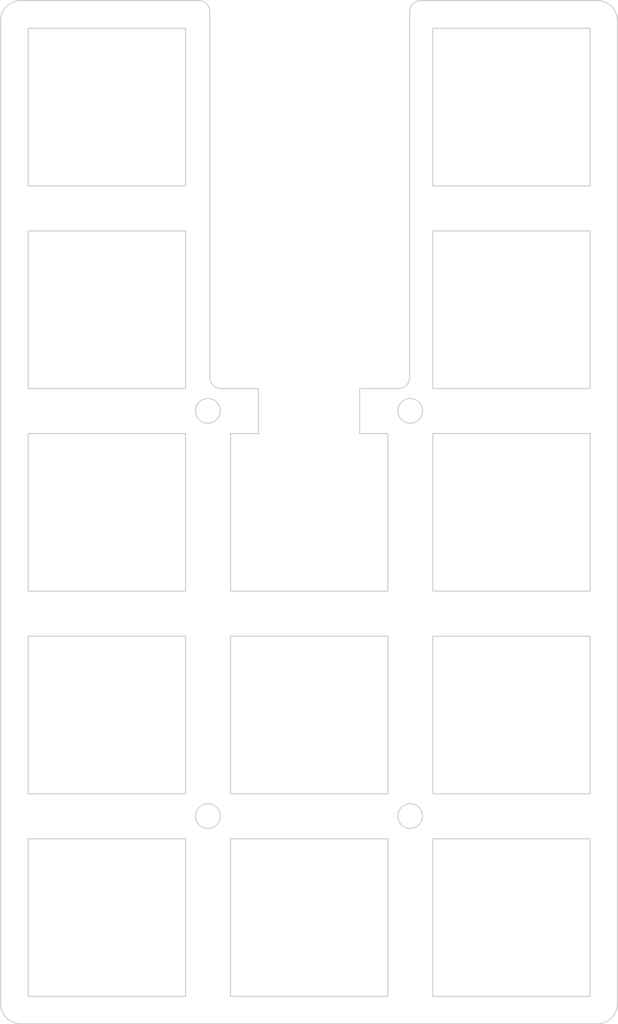
<source format=kicad_pcb>
(kicad_pcb (version 20211014) (generator pcbnew)

  (general
    (thickness 1.6)
  )

  (paper "A4")
  (layers
    (0 "F.Cu" signal)
    (31 "B.Cu" signal)
    (32 "B.Adhes" user "B.Adhesive")
    (33 "F.Adhes" user "F.Adhesive")
    (34 "B.Paste" user)
    (35 "F.Paste" user)
    (36 "B.SilkS" user "B.Silkscreen")
    (37 "F.SilkS" user "F.Silkscreen")
    (38 "B.Mask" user)
    (39 "F.Mask" user)
    (40 "Dwgs.User" user "User.Drawings")
    (41 "Cmts.User" user "User.Comments")
    (42 "Eco1.User" user "User.Eco1")
    (43 "Eco2.User" user "User.Eco2")
    (44 "Edge.Cuts" user)
    (45 "Margin" user)
    (46 "B.CrtYd" user "B.Courtyard")
    (47 "F.CrtYd" user "F.Courtyard")
    (48 "B.Fab" user)
    (49 "F.Fab" user)
  )

  (setup
    (pad_to_mask_clearance 0)
    (pcbplotparams
      (layerselection 0x0001000_7ffffffe)
      (disableapertmacros false)
      (usegerberextensions false)
      (usegerberattributes false)
      (usegerberadvancedattributes false)
      (creategerberjobfile false)
      (svguseinch false)
      (svgprecision 6)
      (excludeedgelayer true)
      (plotframeref false)
      (viasonmask false)
      (mode 1)
      (useauxorigin false)
      (hpglpennumber 1)
      (hpglpenspeed 20)
      (hpglpendiameter 15.000000)
      (dxfpolygonmode true)
      (dxfimperialunits true)
      (dxfusepcbnewfont true)
      (psnegative false)
      (psa4output false)
      (plotreference true)
      (plotvalue true)
      (plotinvisibletext false)
      (sketchpadsonfab false)
      (subtractmaskfromsilk false)
      (outputformat 1)
      (mirror false)
      (drillshape 0)
      (scaleselection 1)
      (outputdirectory "gerber_top/")
    )
  )

  (net 0 "")

  (gr_circle (center 134.338242 76.283269) (end 135.438242 76.283269) (layer "Edge.Cuts") (width 0.1) (fill none) (tstamp 02671481-f2fd-409c-863a-24b1ead2d835))
  (gr_line (start 115.888242 128.933269) (end 115.888242 41.633268) (layer "Edge.Cuts") (width 0.1) (tstamp 043dbe4b-b098-4856-8dfa-b21abdbecc11))
  (gr_line (start 150.35 78.300013) (end 150.35 92.3) (layer "Edge.Cuts") (width 0.1) (tstamp 065c4450-e56e-459a-bac4-6270fae9248f))
  (gr_line (start 168.35 128.3) (end 168.35 114.3) (layer "Edge.Cuts") (width 0.1) (tstamp 07d4acfa-d51e-4b06-be51-ef3c5dec23a9))
  (gr_line (start 152.285003 40.833278) (end 152.284994 73.300009) (layer "Edge.Cuts") (width 0.1) (tstamp 08d8a28f-ff70-498d-afd5-3479a41522f7))
  (gr_line (start 170.788242 41.633283) (end 170.788242 128.933269) (layer "Edge.Cuts") (width 0.1) (tstamp 0b118c4f-84b8-46db-bb52-52913751aceb))
  (gr_line (start 118.35 92.3) (end 132.35 92.3) (layer "Edge.Cuts") (width 0.1) (tstamp 0bb72c21-3647-4324-8187-261c62a5a191))
  (gr_arc (start 117.688242 130.733269) (mid 116.41545 130.206061) (end 115.888242 128.933269) (layer "Edge.Cuts") (width 0.1) (tstamp 0e383c5f-d0f2-4f50-9620-a3ab45adecad))
  (gr_line (start 168.35 96.3) (end 168.35 110.3) (layer "Edge.Cuts") (width 0.1) (tstamp 103c3a07-3790-4347-9a24-64eed6df97cd))
  (gr_line (start 118.35 78.3) (end 118.35 92.3) (layer "Edge.Cuts") (width 0.1) (tstamp 182f0515-40b2-46b0-a685-8de59dc12cbc))
  (gr_line (start 118.35 128.3) (end 132.35 128.3) (layer "Edge.Cuts") (width 0.1) (tstamp 193982d2-b6d4-4d4f-b06c-e92a7e9b8c19))
  (gr_line (start 168.35 60.3) (end 154.35 60.3) (layer "Edge.Cuts") (width 0.1) (tstamp 1d09087b-8d57-4ab4-bd89-7aa5f2b02fd2))
  (gr_line (start 136.35 92.3) (end 136.35 78.3) (layer "Edge.Cuts") (width 0.1) (tstamp 1fda8742-ae80-4042-8aba-f08977ec8119))
  (gr_line (start 153.285004 39.833278) (end 168.988242 39.833283) (layer "Edge.Cuts") (width 0.1) (tstamp 28c76f6f-94da-42d1-919c-d819bb2aa5ba))
  (gr_line (start 154.35 128.3) (end 168.35 128.3) (layer "Edge.Cuts") (width 0.1) (tstamp 337ca585-304c-49f1-a7bf-606144809073))
  (gr_line (start 134.504993 73.300004) (end 134.505003 40.833273) (layer "Edge.Cuts") (width 0.1) (tstamp 35bc8224-631d-45fa-ad3e-b8e8ef6274fb))
  (gr_line (start 132.35 74.3) (end 132.35 60.3) (layer "Edge.Cuts") (width 0.1) (tstamp 3871f630-ff96-4fc3-b6f8-1df1a1846932))
  (gr_line (start 151.284994 74.300009) (end 147.83824 74.300008) (layer "Edge.Cuts") (width 0.1) (tstamp 38cc3723-2218-464b-a23a-43da9b5d4533))
  (gr_line (start 118.35 114.3) (end 118.35 128.3) (layer "Edge.Cuts") (width 0.1) (tstamp 3adb8478-11b8-4ffc-996e-ca5fa719113f))
  (gr_line (start 168.35 92.3) (end 154.35 92.3) (layer "Edge.Cuts") (width 0.1) (tstamp 3beb1c68-b027-45a4-ad13-7d1646129a74))
  (gr_line (start 168.988242 130.733268) (end 117.688242 130.733268) (layer "Edge.Cuts") (width 0.1) (tstamp 3c524fea-23bd-41ee-8d59-8970bf422970))
  (gr_line (start 138.83824 74.300005) (end 135.504993 74.300004) (layer "Edge.Cuts") (width 0.1) (tstamp 3d79cb5d-e0c0-4531-8279-e688fea4c44d))
  (gr_line (start 154.35 92.3) (end 154.35 78.3) (layer "Edge.Cuts") (width 0.1) (tstamp 3e2a76c2-a45f-4b55-a38f-2343f2b4d6b9))
  (gr_arc (start 115.888242 41.633268) (mid 116.41545 40.360476) (end 117.688242 39.833268) (layer "Edge.Cuts") (width 0.1) (tstamp 4179b0c3-8af3-4f6c-8bf3-1646f7889ea4))
  (gr_line (start 150.35 110.3) (end 136.35 110.3) (layer "Edge.Cuts") (width 0.1) (tstamp 467028cd-dee6-42ad-bd2f-fbd53bbaa686))
  (gr_line (start 168.35 42.3) (end 168.35 56.3) (layer "Edge.Cuts") (width 0.1) (tstamp 481b2793-d2df-4b8e-b711-90de5b4391a2))
  (gr_line (start 138.838239 78.30001) (end 138.83824 74.300005) (layer "Edge.Cuts") (width 0.1) (tstamp 481c60e5-397f-4c63-9015-c0f73d9b1cae))
  (gr_circle (center 152.338242 76.283269) (end 153.438242 76.283269) (layer "Edge.Cuts") (width 0.1) (fill none) (tstamp 4d10bfce-746d-4725-98c1-ff3020cd1b07))
  (gr_line (start 154.35 56.3) (end 154.35 42.3) (layer "Edge.Cuts") (width 0.1) (tstamp 4e271cba-4419-4685-91aa-2b7c5579ed8f))
  (gr_line (start 154.35 110.3) (end 154.35 96.3) (layer "Edge.Cuts") (width 0.1) (tstamp 4ece1b77-9164-4e06-adf6-cb36892f93e0))
  (gr_line (start 132.35 92.3) (end 132.35 78.3) (layer "Edge.Cuts") (width 0.1) (tstamp 51b68ff1-3553-4512-87ca-22d9efb912dc))
  (gr_line (start 132.35 110.3) (end 132.35 96.3) (layer "Edge.Cuts") (width 0.1) (tstamp 52955f6a-495e-4f7e-be33-869f50a65a38))
  (gr_line (start 118.35 110.3) (end 132.35 110.3) (layer "Edge.Cuts") (width 0.1) (tstamp 55c2653a-43ba-419c-84cc-17f5acea1a6f))
  (gr_line (start 147.838238 78.300012) (end 150.35 78.300013) (layer "Edge.Cuts") (width 0.1) (tstamp 5cca14cb-7019-4b2a-9806-f25e3fb00f40))
  (gr_line (start 118.35 96.3) (end 118.35 110.3) (layer "Edge.Cuts") (width 0.1) (tstamp 5df925bc-dfc2-4d9b-b526-3407ca36b788))
  (gr_line (start 132.35 42.3) (end 118.35 42.3) (layer "Edge.Cuts") (width 0.1) (tstamp 63341c12-b4b2-42b0-8cb7-01346aca20d2))
  (gr_arc (start 133.505003 39.833273) (mid 134.21211 40.126166) (end 134.505003 40.833273) (layer "Edge.Cuts") (width 0.1) (tstamp 66c80b11-b3cd-4bd3-9a88-df42ec798b62))
  (gr_line (start 154.35 60.3) (end 154.35 74.3) (layer "Edge.Cuts") (width 0.1) (tstamp 688e5c79-9fd5-41a1-9613-c974fdcdba09))
  (gr_line (start 132.35 60.3) (end 118.35 60.3) (layer "Edge.Cuts") (width 0.1) (tstamp 7c5a10e9-3e35-42b3-90ae-1148d08ff4ef))
  (gr_line (start 154.35 42.3) (end 168.35 42.3) (layer "Edge.Cuts") (width 0.1) (tstamp 7de12df4-0b61-4545-9804-c4025e2610af))
  (gr_line (start 132.35 114.3) (end 118.35 114.3) (layer "Edge.Cuts") (width 0.1) (tstamp 7eec8e5e-8342-4a4c-9791-f9eb9c6b4c70))
  (gr_line (start 150.35 128.3) (end 150.35 114.3) (layer "Edge.Cuts") (width 0.1) (tstamp 801a78f3-96fd-4119-8fd4-a517533be424))
  (gr_line (start 168.35 74.3) (end 168.35 60.3) (layer "Edge.Cuts") (width 0.1) (tstamp 81618690-8c97-4eaa-a6e4-0514c29acce5))
  (gr_line (start 132.35 78.3) (end 118.35 78.3) (layer "Edge.Cuts") (width 0.1) (tstamp 87932c97-f1a4-4458-8027-02a53229a749))
  (gr_arc (start 170.788241 128.933269) (mid 170.261033 130.20606) (end 168.988242 130.733268) (layer "Edge.Cuts") (width 0.1) (tstamp 883eafb9-596e-40de-a2d4-437561be7ed4))
  (gr_circle (center 152.338242 112.283269) (end 153.438242 112.283269) (layer "Edge.Cuts") (width 0.1) (fill none) (tstamp 93571064-bb88-42f8-9ad0-329f40b02237))
  (gr_line (start 150.35 114.3) (end 136.35 114.3) (layer "Edge.Cuts") (width 0.1) (tstamp 95a3c041-42fa-4531-963e-eeb83749252a))
  (gr_line (start 136.35 114.3) (end 136.35 128.3) (layer "Edge.Cuts") (width 0.1) (tstamp 976dcd09-befe-4d37-8ff7-b54395300df4))
  (gr_line (start 118.35 56.3) (end 132.35 56.3) (layer "Edge.Cuts") (width 0.1) (tstamp 9d643f1d-bd1c-4bff-bc6e-1accc909c8f5))
  (gr_line (start 136.35 128.3) (end 150.35 128.3) (layer "Edge.Cuts") (width 0.1) (tstamp 9ff41430-5ec7-4089-808b-a1da919284e6))
  (gr_line (start 154.35 78.3) (end 168.35 78.3) (layer "Edge.Cuts") (width 0.1) (tstamp a10764d5-0a93-4026-a659-9350d55ee13c))
  (gr_line (start 136.35 96.3) (end 150.35 96.3) (layer "Edge.Cuts") (width 0.1) (tstamp a32d3696-c3e0-4b34-b8fd-7fa0fadb4fca))
  (gr_line (start 154.35 114.3) (end 154.35 128.3) (layer "Edge.Cuts") (width 0.1) (tstamp a3beaf64-c400-41c8-878a-0899b3996aaa))
  (gr_line (start 117.688242 39.833268) (end 133.505003 39.833273) (layer "Edge.Cuts") (width 0.1) (tstamp aa163dea-8c7d-41df-9346-adabe8db7ee6))
  (gr_line (start 168.35 56.3) (end 154.35 56.3) (layer "Edge.Cuts") (width 0.1) (tstamp aa552caa-2225-48a0-aa6a-962517f2b3d4))
  (gr_line (start 154.35 96.3) (end 168.35 96.3) (layer "Edge.Cuts") (width 0.1) (tstamp ac525952-345b-4f96-bcc3-cb15fa6024fa))
  (gr_line (start 136.35 110.3) (end 136.35 96.3) (layer "Edge.Cuts") (width 0.1) (tstamp ae67762a-293a-4158-af45-f79cf573531a))
  (gr_arc (start 152.284994 73.300009) (mid 151.992101 74.007116) (end 151.284994 74.300009) (layer "Edge.Cuts") (width 0.1) (tstamp b45fc271-ab92-4040-9700-037e86f9e1e0))
  (gr_arc (start 168.988242 39.833283) (mid 170.261034 40.360491) (end 170.788242 41.633283) (layer "Edge.Cuts") (width 0.1) (tstamp b7f7a5ab-dc27-4b97-8561-68b0b6e47857))
  (gr_line (start 132.35 96.3) (end 118.35 96.3) (layer "Edge.Cuts") (width 0.1) (tstamp b9c13821-aa1f-4314-ba8b-3508fbb5efd4))
  (gr_line (start 168.35 78.3) (end 168.35 92.3) (layer "Edge.Cuts") (width 0.1) (tstamp bde478a1-1604-41ea-ba21-e9d7b2ddd1f7))
  (gr_circle (center 134.338242 112.283269) (end 135.438242 112.283269) (layer "Edge.Cuts") (width 0.1) (fill none) (tstamp c0ba7c45-3f7c-4d49-a0a9-6c839e0e95ab))
  (gr_arc (start 152.285003 40.833277) (mid 152.577897 40.126171) (end 153.285004 39.833278) (layer "Edge.Cuts") (width 0.1) (tstamp c1c8c247-3f22-464a-9639-cd354fb8006d))
  (gr_line (start 150.35 96.3) (end 150.35 110.3) (layer "Edge.Cuts") (width 0.1) (tstamp c57a0b3d-6fcd-4878-b88f-43071bb4f2db))
  (gr_line (start 118.35 60.3) (end 118.35 74.3) (layer "Edge.Cuts") (width 0.1) (tstamp c7880aa5-d288-4b5d-898a-e5ef9842586c))
  (gr_line (start 147.838238 78.300012) (end 147.83824 74.300008) (layer "Edge.Cuts") (width 0.1) (tstamp c7a1a3ee-13f3-4285-8bf3-199c25379475))
  (gr_line (start 132.35 56.3) (end 132.35 42.3) (layer "Edge.Cuts") (width 0.1) (tstamp cfd49326-8e36-430f-8f74-850d3bc15b5c))
  (gr_line (start 136.35 78.300009) (end 138.838239 78.30001) (layer "Edge.Cuts") (width 0.1) (tstamp d472505f-0a11-42a0-b556-de8b194fd5f9))
  (gr_arc (start 135.504993 74.300004) (mid 134.797886 74.007111) (end 134.504993 73.300004) (layer "Edge.Cuts") (width 0.1) (tstamp d47a2b33-a600-4eaf-af24-6dae95eef6c2))
  (gr_line (start 150.35 92.3) (end 136.35 92.3) (layer "Edge.Cuts") (width 0.1) (tstamp dbd0798d-d5f0-4c54-a065-2522c9c43d8c))
  (gr_line (start 168.35 110.3) (end 154.35 110.3) (layer "Edge.Cuts") (width 0.1) (tstamp ebb00019-6c03-4836-b0e1-42326beca250))
  (gr_line (start 118.35 42.3) (end 118.35 56.3) (layer "Edge.Cuts") (width 0.1) (tstamp ecdc9ca0-57fb-46a0-88ce-97231ebe73b4))
  (gr_line (start 132.35 128.3) (end 132.35 114.3) (layer "Edge.Cuts") (width 0.1) (tstamp f0eec99c-5542-45c4-b66c-34d3741ab9b4))
  (gr_line (start 118.35 74.3) (end 132.35 74.3) (layer "Edge.Cuts") (width 0.1) (tstamp f3462ac4-afcd-49f3-b6ab-fab1ab08d7e1))
  (gr_line (start 168.35 114.3) (end 154.35 114.3) (layer "Edge.Cuts") (width 0.1) (tstamp fa93d0c4-8541-4257-888f-c6f06e3b98c0))
  (gr_line (start 154.35 74.3) (end 168.35 74.3) (layer "Edge.Cuts") (width 0.1) (tstamp fdeac10c-2ad4-4f97-bbe2-0200cc9cc090))

)

</source>
